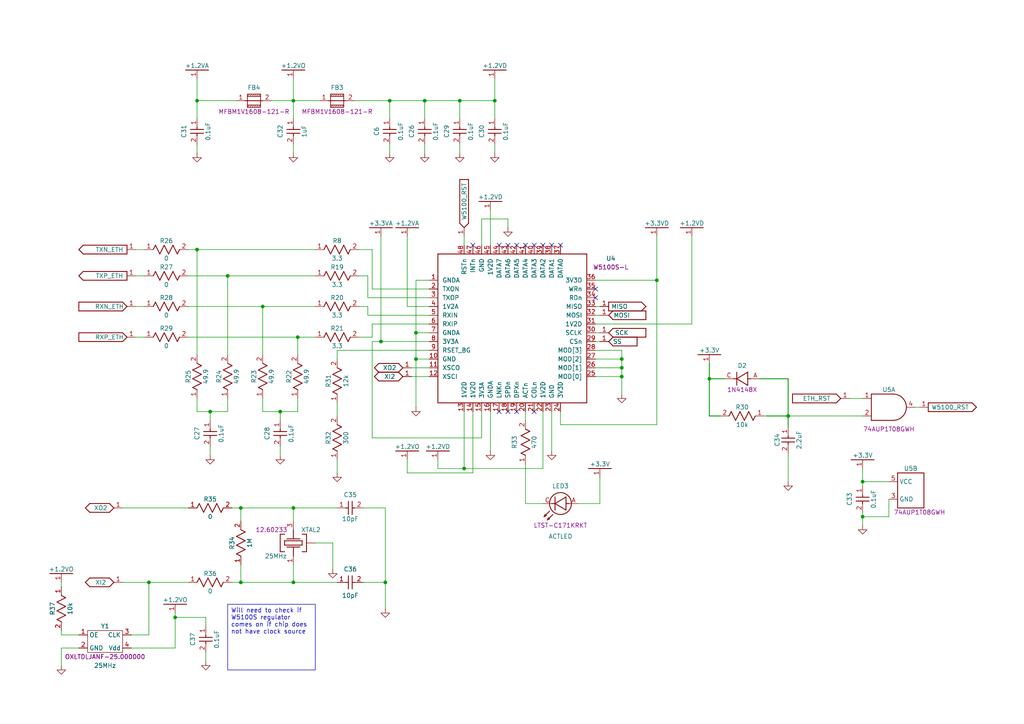
<source format=kicad_sch>
(kicad_sch (version 20231120) (generator "eeschema") (generator_version "8.0")
  (paper "A4")
  (lib_symbols
    (symbol "74AUP1T08GWH_1"
      (property "Reference" "U5" (at 0 5.08 0))
      (property "Mfg. PN" "74AUP1T08GWH" (at 0 -6.35 0))
      (symbol "74AUP1T08GWH_1_1_0"
        (pin input line (at -7.62 2.54 0) (length 2.54) (name "A") (number "1"))
        (pin input line (at -7.62 -2.54 0) (length 2.54) (name "C") (number "2"))
        (pin output line (at 7.62 0 180) (length 2.54) (name "Y") (number "4"))
      )
      (symbol "74AUP1T08GWH_1_2_0"
        (pin power_in line (at -6.35 -2.54 0) (length 2.54) (name "GND") (number "3"))
        (pin power_in line (at -6.35 2.54 0) (length 2.54) (name "VCC") (number "5"))
      )
    )
    (symbol "LED_Controller_Hardware-eagle-import:+3.3V" (power)
      (symbol "+3.3V_1_0"
        (pin power_in line (at 0 1.27 90) (length 2.54) (name "+3.3V") (number "1"))
      )
    )
    (symbol "LED_Controller_Hardware-eagle-import:+3.3VA" (power)
      (symbol "+3.3VA_1_0"
        (pin power_in line (at 0 1.27 90) (length 2.54) (name "+3.3V") (number "1"))
      )
    )
    (symbol "LED_Controller_Hardware-eagle-import:+3.3VD" (power)
      (symbol "+3.3VD_1_0"
        (pin power_in line (at 0 1.27 90) (length 2.54) (name "+3.3V") (number "1"))
      )
    )
    (symbol "LED_Controller_Hardware-eagle-import:1N4148X"
      (symbol "1N4148X_1_0"
        (pin passive line (at -5.08 0 0) (length 2.54) (name "A") (number "A"))
        (pin passive line (at 5.08 0 180) (length 2.54) (name "C") (number "C"))
      )
    )
    (symbol "LED_Controller_Hardware-eagle-import:ACTLED"
      (symbol "ACTLED_1_0"
        (pin passive line (at -5.074 0.006 0) (length 2.54) (name "A") (number "A"))
        (pin passive line (at 5.086 0.006 180) (length 2.54) (name "C") (number "C"))
      )
    )
    (symbol "LED_Controller_Hardware-eagle-import:CAP-0603"
      (symbol "CAP-0603_1_0"
        (pin passive line (at 0 3.81 270) (length 2.54) (name "1") (number "1"))
        (pin passive line (at 0 -3.81 90) (length 2.54) (name "2") (number "2"))
      )
    )
    (symbol "LED_Controller_Hardware-eagle-import:CAP_CER_10PF_50V_C0G/NP0_0603"
      (symbol "CAP_CER_10PF_50V_C0G/NP0_0603_1_0"
        (pin passive line (at 0 3.81 270) (length 2.54) (name "1") (number "1"))
        (pin passive line (at 0 -3.81 90) (length 2.54) (name "2") (number "2"))
      )
    )
    (symbol "LED_Controller_Hardware-eagle-import:ETH_EN" (power)
      (symbol "ETH_EN_1_0"
        (pin power_in line (at -2.54 0 0) (length 2.54) (name "1") (number "1"))
      )
    )
    (symbol "LED_Controller_Hardware-eagle-import:ETH_EN_169" (power)
      (symbol "ETH_EN_169_1_0"
        (pin power_in line (at -2.54 0 0) (length 2.54) (name "1") (number "1"))
      )
    )
    (symbol "LED_Controller_Hardware-eagle-import:ETH_RST_150" (power)
      (symbol "ETH_RST_150_1_0"
        (pin power_in line (at 2.54 0 180) (length 2.54) (name "1") (number "1"))
      )
    )
    (symbol "LED_Controller_Hardware-eagle-import:KX-7T"
      (property "Reference" "XTAL2" (at 3.81 -5.08 90))
      (property "Value" "25MHz" (at -3.175 4.445 90))
      (property "Mfg. PN" "12.60233" (at 6.35 6.35 90))
      (symbol "KX-7T_1_0"
        (pin passive line (at -6.35 0 0) (length 2.54) (name "1") (number "1"))
        (pin power_out line (at 0 -6.35 90) (length 2.54) (name "CASE") (number "2"))
        (pin passive line (at 6.35 0 180) (length 2.54) (name "3@1") (number "3"))
      )
    )
    (symbol "LED_Controller_Hardware-eagle-import:MISO_89" (power)
      (symbol "MISO_89_1_0"
        (pin power_in line (at -2.54 0 0) (length 2.54) (name "1") (number "1"))
      )
    )
    (symbol "LED_Controller_Hardware-eagle-import:MOSI_77" (power)
      (symbol "MOSI_77_1_0"
        (pin power_in line (at -2.54 0 0) (length 2.54) (name "1") (number "1"))
      )
    )
    (symbol "LED_Controller_Hardware-eagle-import:RES-0603"
      (symbol "RES-0603_1_0"
        (pin passive line (at -6.35 0 0) (length 2.54) (name "1") (number "1"))
        (pin passive line (at 6.35 0 180) (length 2.54) (name "2") (number "2"))
      )
    )
    (symbol "LED_Controller_Hardware-eagle-import:SCK_38" (power)
      (symbol "SCK_38_1_0"
        (pin power_in line (at -2.54 0 0) (length 2.54) (name "1") (number "1"))
      )
    )
    (symbol "LED_Controller_Hardware-eagle-import:SS_138" (power)
      (symbol "SS_138_1_0"
        (pin power_in line (at -2.54 0 0) (length 2.54) (name "1") (number "1"))
      )
    )
    (symbol "LED_Controller_Hardware-eagle-import:XI_67" (power)
      (symbol "XI_67_1_0"
        (pin power_in line (at 2.54 0 180) (length 2.54) (name "1") (number "1"))
      )
    )
    (symbol "LED_Controller_Hardware-eagle-import:XO_65" (power)
      (symbol "XO_65_1_0"
        (pin power_in line (at 2.54 0 180) (length 2.54) (name "1") (number "1"))
      )
    )
    (symbol "RG_Controllers:Wiznet_5100S" (pin_names (offset 1.27))
      (property "Reference" "U" (at 0 0 0))
      (property "Mfg. PN" "W5100S-L" (at 0 -2.54 0))
      (symbol "Wiznet_5100S_1_0"
        (pin power_in line (at -22.86 13.97 0) (length 2.54) (name "GNDA") (number "1"))
        (pin power_in line (at -22.86 -8.89 0) (length 2.54) (name "GND") (number "10"))
        (pin output line (at -22.86 -11.43 0) (length 2.54) (name "XSCO") (number "11"))
        (pin input line (at -22.86 -13.97 0) (length 2.54) (name "XSCI") (number "12"))
        (pin power_in line (at -12.7 -24.13 90) (length 2.54) (name "1V2D") (number "13"))
        (pin power_out line (at -10.16 -24.13 90) (length 2.54) (name "1V2O") (number "14"))
        (pin power_in line (at -7.62 -24.13 90) (length 2.54) (name "3V3A") (number "15"))
        (pin power_in line (at -5.08 -24.13 90) (length 2.54) (name "GNDA") (number "16"))
        (pin output line (at -2.54 -24.13 90) (length 2.54) (name "LNKn") (number "17"))
        (pin output line (at 0 -24.13 90) (length 2.54) (name "SPDn") (number "18"))
        (pin output line (at 2.54 -24.13 90) (length 2.54) (name "DPXn") (number "19"))
        (pin output line (at -22.86 11.43 0) (length 2.54) (name "TXON") (number "2"))
        (pin output line (at 5.08 -24.13 90) (length 2.54) (name "ACTn") (number "20"))
        (pin output line (at 7.62 -24.13 90) (length 2.54) (name "COLn") (number "21"))
        (pin power_in line (at 10.16 -24.13 90) (length 2.54) (name "1V2D") (number "22"))
        (pin power_in line (at 12.7 -24.13 90) (length 2.54) (name "GND") (number "23"))
        (pin power_in line (at 15.24 -24.13 90) (length 2.54) (name "3V3D") (number "24"))
        (pin input line (at 25.4 -13.97 180) (length 2.54) (name "MOD[0]") (number "25"))
        (pin input line (at 25.4 -11.43 180) (length 2.54) (name "MOD[1]") (number "26"))
        (pin input line (at 25.4 -8.89 180) (length 2.54) (name "MOD[2]") (number "27"))
        (pin input line (at 25.4 -6.35 180) (length 2.54) (name "MOD[3]") (number "28"))
        (pin input line (at 25.4 -3.81 180) (length 2.54) (name "CSn") (number "29"))
        (pin output line (at -22.86 8.89 0) (length 2.54) (name "TXOP") (number "3"))
        (pin input line (at 25.4 -1.27 180) (length 2.54) (name "SCLK") (number "30"))
        (pin power_in line (at 25.4 1.27 180) (length 2.54) (name "1V2D") (number "31"))
        (pin bidirectional line (at 25.4 3.81 180) (length 2.54) (name "MOSI") (number "32"))
        (pin bidirectional line (at 25.4 6.35 180) (length 2.54) (name "MISO") (number "33"))
        (pin input line (at 25.4 8.89 180) (length 2.54) (name "RDn") (number "34"))
        (pin input line (at 25.4 11.43 180) (length 2.54) (name "WRn") (number "35"))
        (pin power_in line (at 25.4 13.97 180) (length 2.54) (name "3V3D") (number "36"))
        (pin bidirectional line (at 15.24 24.13 270) (length 2.54) (name "DATA0") (number "37"))
        (pin bidirectional line (at 12.7 24.13 270) (length 2.54) (name "DATA1") (number "38"))
        (pin bidirectional line (at 10.16 24.13 270) (length 2.54) (name "DATA2") (number "39"))
        (pin power_in line (at -22.86 6.35 0) (length 2.54) (name "1V2A") (number "4"))
        (pin bidirectional line (at 7.62 24.13 270) (length 2.54) (name "DATA3") (number "40"))
        (pin bidirectional line (at 5.08 24.13 270) (length 2.54) (name "DATA4") (number "41"))
        (pin bidirectional line (at 2.54 24.13 270) (length 2.54) (name "DATA5") (number "42"))
        (pin bidirectional line (at 0 24.13 270) (length 2.54) (name "DATA6") (number "43"))
        (pin bidirectional line (at -2.54 24.13 270) (length 2.54) (name "DATA7") (number "44"))
        (pin power_in line (at -5.08 24.13 270) (length 2.54) (name "1V2D") (number "45"))
        (pin power_in line (at -7.62 24.13 270) (length 2.54) (name "GND") (number "46"))
        (pin output line (at -10.16 24.13 270) (length 2.54) (name "INTn") (number "47"))
        (pin power_in line (at -12.7 24.13 270) (length 2.54) (name "RSTn") (number "48"))
        (pin input line (at -22.86 3.81 0) (length 2.54) (name "RXIN") (number "5"))
        (pin input line (at -22.86 1.27 0) (length 2.54) (name "RXIP") (number "6"))
        (pin power_in line (at -22.86 -1.27 0) (length 2.54) (name "GNDA") (number "7"))
        (pin power_in line (at -22.86 -3.81 0) (length 2.54) (name "3V3A") (number "8"))
        (pin output line (at -22.86 -6.35 0) (length 2.54) (name "RSET_BG") (number "9"))
      )
    )
    (symbol "RG_Logic:74AUP1T08GWH"
      (property "Reference" "U5" (at 0 5.08 0))
      (property "Mfg. PN" "74AUP1T08GWH" (at 0 -6.35 0))
      (symbol "74AUP1T08GWH_1_0"
        (pin input line (at -7.62 2.54 0) (length 2.54) (name "A") (number "1"))
        (pin input line (at -7.62 -2.54 0) (length 2.54) (name "C") (number "2"))
        (pin output line (at 7.62 0 180) (length 2.54) (name "Y") (number "4"))
      )
      (symbol "74AUP1T08GWH_2_0"
        (pin power_in line (at -6.35 -2.54 0) (length 2.54) (name "GND") (number "3"))
        (pin power_in line (at -6.35 2.54 0) (length 2.54) (name "VCC") (number "5"))
      )
    )
    (symbol "RG_Oscillator:OXLTDLJANF"
      (property "Reference" "Y" (at 0 5.08 0))
      (property "Mfg." "Taitien" (at 0 0 0))
      (symbol "OXLTDLJANF_1_0"
        (pin input line (at -7.62 2.54 0) (length 2.54) (name "OE") (number "1"))
        (pin power_in line (at -7.62 -1.27 0) (length 2.54) (name "GND") (number "2"))
        (pin output line (at 7.62 2.54 180) (length 2.54) (name "CLK") (number "3"))
        (pin power_in line (at 7.62 -1.27 180) (length 2.54) (name "Vdd") (number "4"))
      )
    )
    (symbol "RG_resistors:Ferrite_Bead_0603"
      (property "Reference" "FB" (at 0 3.175 0))
      (symbol "Ferrite_Bead_0603_1_0"
        (pin passive line (at -5.08 0 0) (length 2.54) (name "1") (number "1"))
        (pin passive line (at 5.08 0 180) (length 2.54) (name "2") (number "2"))
      )
    )
    (symbol "RG_resistors:RES-0603"
      (property "Reference" "R" (at 0 3.81 0))
      (property "Value" "~" (at 0 -2.54 0))
      (symbol "RES-0603_1_0"
        (pin passive line (at -6.35 0 0) (length 2.54) (name "1") (number "1"))
        (pin passive line (at 6.35 0 180) (length 2.54) (name "2") (number "2"))
      )
    )
    (symbol "power:GNDS" (power) (pin_numbers hide) (pin_names (offset 0) hide)
      (property "Value" "GNDS" (at 0 -3.81 0))
      (symbol "GNDS_1_1"
        (pin power_in line (at 0 0 270) (length 0) (name "~") (number "1"))
      )
    )
  )
  (junction (at 69.85 147.32))
  (junction (at 50.8 179.07))
  (junction (at 86.36 97.79))
  (junction (at 123.19 29.21))
  (junction (at 205.74 109.855))
  (junction (at 143.51 29.21))
  (junction (at 134.62 135.89))
  (junction (at 81.28 119.38))
  (junction (at 180.34 106.68))
  (junction (at 120.65 104.14))
  (junction (at 60.96 119.38))
  (junction (at 85.09 168.91))
  (junction (at 85.09 29.21))
  (junction (at 190.5 81.28))
  (junction (at 57.15 29.21))
  (junction (at 76.2 88.9))
  (junction (at 250.19 139.7))
  (junction (at 180.34 104.14))
  (junction (at 250.19 149.86))
  (junction (at 133.35 29.21))
  (junction (at 120.65 96.52))
  (junction (at 110.49 99.06))
  (junction (at 66.04 80.01))
  (junction (at 43.18 168.91))
  (junction (at 69.85 168.91))
  (junction (at 85.09 147.32))
  (junction (at 57.15 72.39))
  (junction (at 228.6 120.65))
  (junction (at 180.34 109.22))
  (junction (at 113.03 29.21))
  (junction (at 111.76 168.91))
  (no_connect (at 172.72 86.36))
  (no_connect (at 149.86 119.38))
  (no_connect (at 157.48 71.12))
  (no_connect (at 147.32 119.38))
  (no_connect (at 154.94 119.38))
  (no_connect (at 149.86 71.12))
  (no_connect (at 147.32 71.12))
  (no_connect (at 137.16 71.12))
  (no_connect (at 152.4 71.12))
  (no_connect (at 160.02 71.12))
  (no_connect (at 144.78 71.12))
  (no_connect (at 172.72 83.82))
  (no_connect (at 154.94 71.12))
  (no_connect (at 144.78 119.38))
  (no_connect (at 162.56 71.12))
  (wire (pts (xy 96.52 157.48) (xy 96.52 165.1)))
  (wire (pts (xy 157.48 146.05) (xy 152.4 146.05)))
  (wire (pts (xy 66.04 115.57) (xy 66.04 119.38)))
  (wire (pts (xy 139.7 127) (xy 107.95 127)))
  (wire (pts (xy 54.61 72.39) (xy 57.15 72.39)))
  (wire (pts (xy 157.48 135.89) (xy 134.62 135.89)))
  (wire (pts (xy 50.8 179.07) (xy 59.69 179.07)))
  (wire (pts (xy 59.69 189.23) (xy 59.69 191.77)))
  (wire (pts (xy 69.85 168.91) (xy 85.09 168.91)))
  (wire (pts (xy 124.46 86.36) (xy 106.68 86.36)))
  (wire (pts (xy 180.34 101.6) (xy 180.34 104.14)))
  (wire (pts (xy 118.11 88.9) (xy 118.11 68.58)))
  (wire (pts (xy 200.66 93.98) (xy 200.66 68.58)))
  (wire (pts (xy 172.72 81.28) (xy 190.5 81.28)))
  (wire (pts (xy 127 133.35) (xy 127 135.89)))
  (wire (pts (xy 205.74 109.855) (xy 210.185 109.855)) (stroke (width 0.25)))
  (wire (pts (xy 124.46 83.82) (xy 107.95 83.82)))
  (wire (pts (xy 105.41 147.32) (xy 111.76 147.32)))
  (wire (pts (xy 111.76 168.91) (xy 111.76 176.53)))
  (wire (pts (xy 106.68 88.9) (xy 104.14 88.9)))
  (wire (pts (xy 250.19 149.86) (xy 257.81 149.86)))
  (wire (pts (xy 50.8 187.96) (xy 50.8 179.07)))
  (wire (pts (xy 124.46 88.9) (xy 118.11 88.9)))
  (wire (pts (xy 157.48 119.38) (xy 157.48 135.89)))
  (wire (pts (xy 17.78 187.96) (xy 17.78 193.04)))
  (wire (pts (xy 133.35 29.21) (xy 143.51 29.21)))
  (wire (pts (xy 85.09 29.21) (xy 85.09 22.86)))
  (wire (pts (xy 78.74 29.21) (xy 85.09 29.21)))
  (wire (pts (xy 119.38 106.68) (xy 124.46 106.68)))
  (wire (pts (xy 152.4 134.62) (xy 152.4 146.05)))
  (wire (pts (xy 113.03 29.21) (xy 123.19 29.21)))
  (wire (pts (xy 123.19 41.91) (xy 123.19 44.45)))
  (wire (pts (xy 172.72 106.68) (xy 180.34 106.68)))
  (wire (pts (xy 86.36 115.57) (xy 86.36 119.38)))
  (wire (pts (xy 66.04 80.01) (xy 66.04 102.87)))
  (wire (pts (xy 257.81 144.78) (xy 257.81 149.86)))
  (wire (pts (xy 147.32 63.5) (xy 147.32 66.04)))
  (wire (pts (xy 81.28 129.54) (xy 81.28 132.08)))
  (wire (pts (xy 66.04 119.38) (xy 60.96 119.38)))
  (wire (pts (xy 110.49 99.06) (xy 124.46 99.06)))
  (wire (pts (xy 228.6 131.445) (xy 228.6 139.7)))
  (wire (pts (xy 139.7 71.12) (xy 139.7 63.5)))
  (wire (pts (xy 120.65 104.14) (xy 124.46 104.14)))
  (wire (pts (xy 22.86 184.15) (xy 17.78 184.15)))
  (wire (pts (xy 86.36 119.38) (xy 81.28 119.38)))
  (wire (pts (xy 85.09 168.91) (xy 97.79 168.91)))
  (wire (pts (xy 86.36 97.79) (xy 86.36 102.87)))
  (wire (pts (xy 69.85 163.83) (xy 69.85 168.91)))
  (wire (pts (xy 106.68 86.36) (xy 106.68 80.01)))
  (wire (pts (xy 228.6 109.855) (xy 228.6 120.65)) (stroke (width 0.25)))
  (wire (pts (xy 92.71 29.21) (xy 85.09 29.21)))
  (wire (pts (xy 113.03 29.21) (xy 113.03 34.29)))
  (wire (pts (xy 137.16 137.16) (xy 137.16 119.38)))
  (wire (pts (xy 250.19 139.7) (xy 250.19 140.97)))
  (wire (pts (xy 107.95 72.39) (xy 104.14 72.39)))
  (wire (pts (xy 69.85 147.32) (xy 85.09 147.32)))
  (wire (pts (xy 39.37 72.39) (xy 41.91 72.39)))
  (wire (pts (xy 39.37 88.9) (xy 41.91 88.9)))
  (wire (pts (xy 107.95 99.06) (xy 110.49 99.06)))
  (wire (pts (xy 246.38 115.57) (xy 250.19 115.57)))
  (wire (pts (xy 85.09 41.91) (xy 85.09 44.45)))
  (wire (pts (xy 180.34 109.22) (xy 180.34 114.3)))
  (wire (pts (xy 106.68 80.01) (xy 104.14 80.01)))
  (wire (pts (xy 107.95 93.98) (xy 107.95 97.79)))
  (wire (pts (xy 208.915 120.65) (xy 205.74 120.65)) (stroke (width 0.25)))
  (wire (pts (xy 250.19 148.59) (xy 250.19 149.86)))
  (wire (pts (xy 91.44 72.39) (xy 57.15 72.39)))
  (wire (pts (xy 57.15 29.21) (xy 57.15 34.29)))
  (wire (pts (xy 139.7 119.38) (xy 139.7 127)))
  (wire (pts (xy 68.58 29.21) (xy 57.15 29.21)))
  (wire (pts (xy 172.72 91.44) (xy 173.99 91.44)))
  (wire (pts (xy 67.31 168.91) (xy 69.85 168.91)))
  (wire (pts (xy 172.72 104.14) (xy 180.34 104.14)))
  (wire (pts (xy 102.87 29.21) (xy 113.03 29.21)))
  (wire (pts (xy 91.44 97.79) (xy 86.36 97.79)))
  (wire (pts (xy 54.61 88.9) (xy 76.2 88.9)))
  (wire (pts (xy 110.49 99.06) (xy 110.49 68.58)))
  (wire (pts (xy 120.65 104.14) (xy 120.65 118.11)))
  (wire (pts (xy 205.74 105.41) (xy 205.74 109.855)) (stroke (width 0.25)))
  (wire (pts (xy 120.65 81.28) (xy 120.65 96.52)))
  (wire (pts (xy 143.51 41.91) (xy 143.51 44.45)))
  (wire (pts (xy 124.46 91.44) (xy 106.68 91.44)))
  (wire (pts (xy 172.72 109.22) (xy 180.34 109.22)))
  (wire (pts (xy 91.44 88.9) (xy 76.2 88.9)))
  (wire (pts (xy 160.02 119.38) (xy 160.02 130.81)))
  (wire (pts (xy 190.5 81.28) (xy 190.5 68.58)))
  (wire (pts (xy 222.25 120.65) (xy 228.6 120.65)) (stroke (width 0.25)))
  (wire (pts (xy 134.62 135.89) (xy 134.62 119.38)))
  (wire (pts (xy 60.96 119.38) (xy 60.96 121.92)))
  (wire (pts (xy 107.95 97.79) (xy 104.14 97.79)))
  (wire (pts (xy 173.99 146.05) (xy 167.64 146.05)))
  (wire (pts (xy 106.68 91.44) (xy 106.68 88.9)))
  (wire (pts (xy 76.2 88.9) (xy 76.2 102.87)))
  (wire (pts (xy 85.09 163.83) (xy 85.09 168.91)))
  (wire (pts (xy 97.79 101.6) (xy 124.46 101.6)))
  (wire (pts (xy 97.79 137.16) (xy 97.79 133.35)))
  (wire (pts (xy 50.8 179.07) (xy 50.8 177.8)))
  (wire (pts (xy 57.15 41.91) (xy 57.15 44.45)))
  (wire (pts (xy 54.61 97.79) (xy 86.36 97.79)))
  (wire (pts (xy 134.62 68.58) (xy 134.62 71.12)))
  (wire (pts (xy 123.19 29.21) (xy 133.35 29.21)))
  (wire (pts (xy 85.09 29.21) (xy 85.09 34.29)))
  (wire (pts (xy 97.79 120.65) (xy 97.79 116.84)))
  (wire (pts (xy 76.2 115.57) (xy 76.2 119.38)))
  (wire (pts (xy 67.31 147.32) (xy 69.85 147.32)))
  (wire (pts (xy 57.15 115.57) (xy 57.15 119.38)))
  (wire (pts (xy 228.6 120.65) (xy 250.19 120.65)))
  (wire (pts (xy 172.72 93.98) (xy 200.66 93.98)))
  (wire (pts (xy 133.35 29.21) (xy 133.35 34.29)))
  (wire (pts (xy 250.19 139.7) (xy 257.81 139.7)))
  (wire (pts (xy 105.41 168.91) (xy 111.76 168.91)))
  (wire (pts (xy 205.74 120.65) (xy 205.74 109.855)) (stroke (width 0.25)))
  (wire (pts (xy 17.78 184.15) (xy 17.78 182.88)))
  (wire (pts (xy 221.615 120.65) (xy 222.25 120.65)))
  (wire (pts (xy 35.56 168.91) (xy 43.18 168.91)))
  (wire (pts (xy 35.56 147.32) (xy 54.61 147.32)))
  (wire (pts (xy 142.24 60.96) (xy 142.24 71.12)))
  (wire (pts (xy 91.44 80.01) (xy 66.04 80.01)))
  (wire (pts (xy 60.96 129.54) (xy 60.96 132.08)))
  (wire (pts (xy 85.09 147.32) (xy 97.79 147.32)))
  (wire (pts (xy 250.19 135.89) (xy 250.19 139.7)))
  (wire (pts (xy 22.86 187.96) (xy 17.78 187.96)))
  (wire (pts (xy 172.72 101.6) (xy 180.34 101.6)))
  (wire (pts (xy 91.44 157.48) (xy 96.52 157.48)))
  (wire (pts (xy 120.65 96.52) (xy 120.65 104.14)))
  (wire (pts (xy 59.69 181.61) (xy 59.69 179.07)))
  (wire (pts (xy 38.1 184.15) (xy 43.18 184.15)))
  (wire (pts (xy 162.56 123.19) (xy 190.5 123.19)))
  (wire (pts (xy 124.46 81.28) (xy 120.65 81.28)))
  (wire (pts (xy 97.79 104.14) (xy 97.79 101.6)))
  (wire (pts (xy 172.72 88.9) (xy 173.99 88.9)))
  (wire (pts (xy 139.7 63.5) (xy 147.32 63.5)))
  (wire (pts (xy 118.11 133.35) (xy 118.11 137.16)))
  (wire (pts (xy 107.95 127) (xy 107.95 99.06)))
  (wire (pts (xy 133.35 41.91) (xy 133.35 44.45)))
  (wire (pts (xy 60.96 119.38) (xy 57.15 119.38)))
  (wire (pts (xy 265.43 118.11) (xy 266.7 118.11)))
  (wire (pts (xy 81.28 119.38) (xy 81.28 121.92)))
  (wire (pts (xy 43.18 168.91) (xy 54.61 168.91)))
  (wire (pts (xy 190.5 123.19) (xy 190.5 81.28)))
  (wire (pts (xy 142.24 119.38) (xy 142.24 130.81)))
  (wire (pts (xy 172.72 96.52) (xy 173.99 96.52)))
  (wire (pts (xy 143.51 29.21) (xy 143.51 34.29)))
  (wire (pts (xy 250.19 149.86) (xy 250.19 152.4)))
  (wire (pts (xy 39.37 80.01) (xy 41.91 80.01)))
  (wire (pts (xy 162.56 119.38) (xy 162.56 123.19)))
  (wire (pts (xy 85.09 151.13) (xy 85.09 147.32)))
  (wire (pts (xy 69.85 147.32) (xy 69.85 151.13)))
  (wire (pts (xy 173.99 138.43) (xy 173.99 146.05)))
  (wire (pts (xy 228.6 120.65) (xy 228.6 123.825)) (stroke (width 0.25)))
  (wire (pts (xy 107.95 83.82) (xy 107.95 72.39)))
  (wire (pts (xy 123.19 29.21) (xy 123.19 34.29)))
  (wire (pts (xy 57.15 72.39) (xy 57.15 102.87)))
  (wire (pts (xy 220.345 109.855) (xy 228.6 109.855)) (stroke (width 0.25)))
  (wire (pts (xy 180.34 104.14) (xy 180.34 106.68)))
  (wire (pts (xy 124.46 93.98) (xy 107.95 93.98)))
  (wire (pts (xy 38.1 187.96) (xy 50.8 187.96)))
  (wire (pts (xy 152.4 119.38) (xy 152.4 121.92)))
  (wire (pts (xy 180.34 106.68) (xy 180.34 109.22)))
  (wire (pts (xy 39.37 97.79) (xy 41.91 97.79)))
  (wire (pts (xy 118.11 137.16) (xy 137.16 137.16)))
  (wire (pts (xy 57.15 22.86) (xy 57.15 29.21)))
  (wire (pts (xy 43.18 168.91) (xy 43.18 184.15)))
  (wire (pts (xy 111.76 147.32) (xy 111.76 168.91)))
  (wire (pts (xy 127 135.89) (xy 134.62 135.89)))
  (wire (pts (xy 17.78 170.18) (xy 17.78 168.91)))
  (wire (pts (xy 119.38 109.22) (xy 124.46 109.22)))
  (wire (pts (xy 172.72 99.06) (xy 173.99 99.06)))
  (wire (pts (xy 54.61 80.01) (xy 66.04 80.01)))
  (wire (pts (xy 81.28 119.38) (xy 76.2 119.38)))
  (wire (pts (xy 113.03 41.91) (xy 113.03 44.45)))
  (wire (pts (xy 143.51 22.86) (xy 143.51 29.21)))
  (wire (pts (xy 124.46 96.52) (xy 120.65 96.52)))
  (text_box "Will need to check if W5100S regulator comes on if chip does not have clock source" (at 66.04 175.26 0) (size 25.4 19.05) (effects (font (size 1.27 1.27)) (justify left top)))
  (symbol (lib_id "LED_Controller_Hardware-eagle-import:SS_138") (at 176.53 99.06 0) (unit 1)
    (property "Reference" "#NetPort069" (effects (hide yes)))
    (property "Value" "SS" (at 179.07 99.06 0))
  )
  (symbol (lib_id "LED_Controller_Hardware-eagle-import:ETH_EN") (at 36.83 97.79 180) (unit 1)
    (property "Reference" "#NetPort048" (effects (hide yes)))
    (property "Value" "RXP_ETH" (at 31.75 97.79 0))
  )
  (symbol (lib_id "RG_resistors:RES-0603") (at 97.79 80.01 0) (unit 1)
    (property "Reference" "R19" (at 97.79 77.47 0))
    (property "Value" "3.3" (at 97.79 82.55 0))
    (property "Footprint" "RG_Resistors_SMD:0603" (effects (hide yes)))
    (property "Description" "RES-0603" (effects (hide yes)))
    (property "Mfg." "Stackpole Electronics Inc" (effects (hide yes)))
    (property "Mfg. PN" "RMCF0603JT3R30" (effects (hide yes)))
    (property "Distributor" "Digikey" (effects (hide yes)))
    (property "Distributor PN" "RMCF0603JT3R30TR-ND" (effects (hide yes)))
  )
  (symbol (lib_id "LED_Controller_Hardware-eagle-import:+3.3VA") (at 118.11 134.62 0) (unit 1)
    (property "Reference" "#NetPort052" (effects (hide yes)))
    (property "Value" "+1.2VO" (at 118.11 129.54 0))
  )
  (symbol (lib_id "LED_Controller_Hardware-eagle-import:ETH_EN_169") (at 269.24 118.11 0) (unit 1)
    (property "Reference" "#NetPort063" (effects (hide yes)))
    (property "Value" "W5100_RST" (at 275.59 118.11 0))
  )
  (symbol (lib_id "RG_resistors:RES-0603") (at 97.79 72.39 0) (unit 1)
    (property "Reference" "R8" (at 97.79 69.85 0))
    (property "Value" "3.3" (at 97.79 74.93 0))
    (property "Footprint" "RG_Resistors_SMD:0603" (effects (hide yes)))
    (property "Description" "RES-0603" (effects (hide yes)))
    (property "Mfg." "Stackpole Electronics Inc" (effects (hide yes)))
    (property "Mfg. PN" "RMCF0603JT3R30" (effects (hide yes)))
    (property "Distributor" "Digikey" (effects (hide yes)))
    (property "Distributor PN" "RMCF0603JT3R30TR-ND" (effects (hide yes)))
  )
  (symbol (lib_id "LED_Controller_Hardware-eagle-import:+3.3VA") (at 17.78 170.18 0) (unit 1)
    (property "Reference" "#NetPort076" (effects (hide yes)))
    (property "Value" "+1.2VO" (at 17.78 165.1 0))
  )
  (symbol (lib_id "power:GNDS") (at 96.52 165.1 0) (unit 1)
    (property "Reference" "#PWR037" (effects (hide yes)))
    (property "Value" "GNDS" (effects (hide yes)))
    (property "Description" "Power symbol creates a global label with name \"GNDS\" , signal ground" (effects (hide yes)))
  )
  (symbol (lib_id "RG_Logic:74AUP1T08GWH") (at 264.16 142.24 0) (unit 2)
    (property "Reference" "U5" (at 264.16 135.89 0))
    (property "Value" "74AUP1T08GWH" (effects (hide yes)))
    (property "Footprint" "RG_TO_SOT_SMD:SOT23-5P65" (effects (hide yes)))
    (property "Datasheet" "https://assets.nexperia.com/documents/data-sheet/74AUP1T08.pdf" (effects (hide yes)))
    (property "Mfg." "Nexperia USA Inc." (effects (hide yes)))
    (property "Mfg. PN" "74AUP1T08GWH" (at 266.7 148.59 0))
    (property "Distributor" "Digikey" (effects (hide yes)))
    (property "Distributor PN" "1727-7724-2-ND" (effects (hide yes)))
  )
  (symbol (lib_id "LED_Controller_Hardware-eagle-import:+3.3V") (at 173.99 139.7 0) (unit 1)
    (property "Reference" "#NetPort065" (effects (hide yes)))
    (property "Value" "+3.3V" (at 173.99 134.62 0))
  )
  (symbol (lib_id "LED_Controller_Hardware-eagle-import:KX-7T") (at 85.09 157.48 90) (unit 1)
    (property "Reference" "XTAL2" (at 90.17 153.67 90))
    (property "Value" "25MHz" (at 80.01 161.29 90))
    (property "Footprint" "RG_Crystal:YANGXING_SMD_3225_4L" (effects (hide yes)))
    (property "Datasheet" "https://mm.digikey.com/Volume0/opasdata/d220001/medias/docus/4562/12.60233.pdf" (effects (hide yes)))
    (property "Mfg." "Geyer Electronic America, Inc." (effects (hide yes)))
    (property "Mfg. PN" "12.60233" (at 78.74 153.67 90))
    (property "Distributor" "Digikey" (effects (hide yes)))
    (property "Distributor PN" "4983-12.60233TR-ND" (effects (hide yes)))
  )
  (symbol (lib_id "LED_Controller_Hardware-eagle-import:XO_65") (at 116.84 106.68 0) (unit 1)
    (property "Reference" "#NetPort072" (effects (hide yes)))
    (property "Value" "XO2" (at 113.03 106.68 0))
  )
  (symbol (lib_id "power:GNDS") (at 142.24 130.81 0) (unit 1)
    (property "Reference" "#PWR024" (effects (hide yes)))
    (property "Value" "GNDS" (effects (hide yes)))
    (property "Description" "Power symbol creates a global label with name \"GNDS\" , signal ground" (effects (hide yes)))
  )
  (symbol (lib_id "RG_resistors:RES-0603") (at 48.26 80.01 0) (unit 1)
    (property "Reference" "R27" (at 48.26 77.47 0))
    (property "Value" "0" (at 48.26 82.55 0))
    (property "Footprint" "RG_Resistors_SMD:0603" (effects (hide yes)))
    (property "Description" "RES-0603" (effects (hide yes)))
    (property "Mfg." "Stackpole Electronics Inc" (effects (hide yes)))
    (property "Mfg. PN" "RMCF0603ZT0R00" (effects (hide yes)))
    (property "Distributor" "Digikey" (effects (hide yes)))
    (property "Distributor PN" "RMCF0603ZT0R00TR-ND" (effects (hide yes)))
  )
  (symbol (lib_id "power:GNDS") (at 97.79 137.16 0) (unit 1)
    (property "Reference" "#PWR035" (effects (hide yes)))
    (property "Value" "GNDS" (effects (hide yes)))
    (property "Description" "Power symbol creates a global label with name \"GNDS\" , signal ground" (effects (hide yes)))
  )
  (symbol (lib_id "RG_resistors:RES-0603") (at 76.2 109.22 90) (unit 1)
    (property "Reference" "R23" (at 73.66 109.22 0))
    (property "Value" "49.9" (at 78.74 109.22 0))
    (property "Footprint" "RG_Resistors_SMD:0603" (effects (hide yes)))
    (property "Description" "RES-0603" (effects (hide yes)))
    (property "Mfg." "Stackpole Electronics Inc" (effects (hide yes)))
    (property "Mfg. PN" "RMCF0603FT49R9" (effects (hide yes)))
    (property "Distributor" "Digikey" (effects (hide yes)))
    (property "Distributor PN" "RMCF0603FT49R9TR-ND" (effects (hide yes)))
  )
  (symbol (lib_id "power:GNDS") (at 228.6 139.7 0) (unit 1)
    (property "Reference" "#PWR036" (effects (hide yes)))
    (property "Value" "GNDS" (effects (hide yes)))
    (property "Description" "Power symbol creates a global label with name \"GNDS\" , signal ground" (effects (hide yes)))
  )
  (symbol (lib_id "power:GNDS") (at 57.15 44.45 0) (unit 1)
    (property "Reference" "#PWR028" (effects (hide yes)))
    (property "Value" "GNDS" (effects (hide yes)))
    (property "Description" "Power symbol creates a global label with name \"GNDS\" , signal ground" (effects (hide yes)))
  )
  (symbol (lib_id "LED_Controller_Hardware-eagle-import:+3.3VA") (at 50.8 179.07 0) (unit 1)
    (property "Reference" "#NetPort074" (effects (hide yes)))
    (property "Value" "+1.2VO" (at 50.8 173.99 0))
  )
  (symbol (lib_id "LED_Controller_Hardware-eagle-import:+3.3VA") (at 200.66 69.85 0) (unit 1)
    (property "Reference" "#NetPort058" (effects (hide yes)))
    (property "Value" "+1.2VD" (at 200.66 64.77 0))
  )
  (symbol (lib_name "74AUP1T08GWH_1") (lib_id "RG_Logic:74AUP1T08GWH") (at 257.81 118.11 0) (unit 1)
    (property "Reference" "U5" (at 257.81 113.03 0))
    (property "Value" "74AUP1T08GWH" (effects (hide yes)))
    (property "Footprint" "RG_TO_SOT_SMD:SOT23-5P65" (effects (hide yes)))
    (property "Datasheet" "https://assets.nexperia.com/documents/data-sheet/74AUP1T08.pdf" (effects (hide yes)))
    (property "Mfg." "Nexperia USA Inc." (effects (hide yes)))
    (property "Mfg. PN" "74AUP1T08GWH" (at 257.81 124.46 0))
    (property "Distributor" "Digikey" (effects (hide yes)))
    (property "Distributor PN" "1727-7724-2-ND" (effects (hide yes)))
  )
  (symbol (lib_id "LED_Controller_Hardware-eagle-import:MOSI_77") (at 176.53 91.44 0) (unit 1)
    (property "Reference" "#NetPort068" (effects (hide yes)))
    (property "Value" "MOSI" (at 180.34 91.44 0))
  )
  (symbol (lib_id "power:GNDS") (at 250.19 152.4 0) (unit 1)
    (property "Reference" "#PWR034" (effects (hide yes)))
    (property "Value" "GNDS" (effects (hide yes)))
    (property "Description" "Power symbol creates a global label with name \"GNDS\" , signal ground" (effects (hide yes)))
  )
  (symbol (lib_id "LED_Controller_Hardware-eagle-import:+3.3VA") (at 57.15 24.13 0) (unit 1)
    (property "Reference" "#NetPort055" (effects (hide yes)))
    (property "Value" "+1.2VA" (at 57.15 19.05 0))
  )
  (symbol (lib_id "RG_resistors:RES-0603") (at 48.26 88.9 0) (unit 1)
    (property "Reference" "R28" (at 48.26 86.36 0))
    (property "Value" "0" (at 48.26 91.44 0))
    (property "Footprint" "RG_Resistors_SMD:0603" (effects (hide yes)))
    (property "Description" "RES-0603" (effects (hide yes)))
    (property "Mfg." "Stackpole Electronics Inc" (effects (hide yes)))
    (property "Mfg. PN" "RMCF0603ZT0R00" (effects (hide yes)))
    (property "Distributor" "Digikey" (effects (hide yes)))
    (property "Distributor PN" "RMCF0603ZT0R00TR-ND" (effects (hide yes)))
  )
  (symbol (lib_id "LED_Controller_Hardware-eagle-import:CAP-0603") (at 123.19 38.1 0) (unit 1)
    (property "Reference" "C26" (at 119.38 38.1 90))
    (property "Value" "0.1uF" (at 126.365 38.1 90))
    (property "Footprint" "RG_Capacitors_SMD:0603" (effects (hide yes)))
    (property "Description" "CAP-0603" (effects (hide yes)))
    (property "Mfg." "Taiyo Yuden" (effects (hide yes)))
    (property "Mfg. PN" "TMK107BJ104KA-T" (effects (hide yes)))
    (property "Distributor" "Digikey" (effects (hide yes)))
    (property "Distributor PN" "587-1245-2-ND" (effects (hide yes)))
  )
  (symbol (lib_id "LED_Controller_Hardware-eagle-import:+3.3VD") (at 190.5 69.85 0) (unit 1)
    (property "Reference" "#NetPort051" (effects (hide yes)))
    (property "Value" "+3.3VD" (at 190.5 64.77 0))
  )
  (symbol (lib_id "LED_Controller_Hardware-eagle-import:ETH_EN") (at 134.62 66.04 90) (unit 1)
    (property "Reference" "#NetPort064" (effects (hide yes)))
    (property "Value" "W5100_RST" (at 134.62 58.42 0))
  )
  (symbol (lib_id "LED_Controller_Hardware-eagle-import:ETH_RST_150") (at 243.84 115.57 0) (unit 1)
    (property "Reference" "#NetPort062" (effects (hide yes)))
    (property "Value" "ETH_RST" (at 236.855 115.57 0))
  )
  (symbol (lib_id "LED_Controller_Hardware-eagle-import:+3.3VA") (at 110.49 69.85 0) (unit 1)
    (property "Reference" "#NetPort050" (effects (hide yes)))
    (property "Value" "+3.3VA" (at 110.49 64.77 0))
  )
  (symbol (lib_id "LED_Controller_Hardware-eagle-import:XI_67") (at 116.84 109.22 0) (unit 1)
    (property "Reference" "#NetPort073" (effects (hide yes)))
    (property "Value" "XI2" (at 113.03 109.22 0))
  )
  (symbol (lib_id "power:GNDS") (at 60.96 132.08 0) (unit 1)
    (property "Reference" "#PWR011" (effects (hide yes)))
    (property "Value" "GNDS" (effects (hide yes)))
    (property "Description" "Power symbol creates a global label with name \"GNDS\" , signal ground" (effects (hide yes)))
  )
  (symbol (lib_id "power:GNDS") (at 59.69 191.77 0) (unit 1)
    (property "Reference" "#PWR039" (effects (hide yes)))
    (property "Value" "GNDS" (effects (hide yes)))
    (property "Description" "Power symbol creates a global label with name \"GNDS\" , signal ground" (effects (hide yes)))
  )
  (symbol (lib_id "power:GNDS") (at 120.65 118.11 0) (unit 1)
    (property "Reference" "#PWR023" (effects (hide yes)))
    (property "Value" "GNDS" (effects (hide yes)))
    (property "Description" "Power symbol creates a global label with name \"GNDS\" , signal ground" (effects (hide yes)))
  )
  (symbol (lib_id "LED_Controller_Hardware-eagle-import:ACTLED") (at 162.566 146.044 180) (unit 1)
    (property "Reference" "LED3" (at 162.56 140.97 0))
    (property "Value" "ACTLED" (at 162.56 155.575 0))
    (property "Footprint" "RG_Diode:0805-D" (effects (hide yes)))
    (property "Datasheet" "https://optoelectronics.liteon.com/upload/download/DS22-2000-109/LTST-C171KRKT.pdf" (effects (hide yes)))
    (property "Mfg." "Lite-On Inc." (effects (hide yes)))
    (property "Mfg. PN" "LTST-C171KRKT" (at 162.56 152.4 0))
    (property "Distributor" "Digikey" (effects (hide yes)))
    (property "Distributor PN" "160-1427-2-ND" (effects (hide yes)))
  )
  (symbol (lib_id "LED_Controller_Hardware-eagle-import:CAP-0603") (at 60.96 125.73 0) (unit 1)
    (property "Reference" "C27" (at 57.15 125.73 90))
    (property "Value" "0.1uF" (at 64.135 125.73 90))
    (property "Footprint" "RG_Capacitors_SMD:0603" (effects (hide yes)))
    (property "Description" "CAP-0603" (effects (hide yes)))
    (property "Mfg." "Taiyo Yuden" (effects (hide yes)))
    (property "Mfg. PN" "TMK107BJ104KA-T" (effects (hide yes)))
    (property "Distributor" "Digikey" (effects (hide yes)))
    (property "Distributor PN" "587-1245-2-ND" (effects (hide yes)))
  )
  (symbol (lib_id "power:GNDS") (at 85.09 44.45 0) (unit 1)
    (property "Reference" "#PWR029" (effects (hide yes)))
    (property "Value" "GNDS" (effects (hide yes)))
    (property "Description" "Power symbol creates a global label with name \"GNDS\" , signal ground" (effects (hide yes)))
  )
  (symbol (lib_id "LED_Controller_Hardware-eagle-import:+3.3V") (at 250.19 137.16 0) (unit 1)
    (property "Reference" "#NetPort060" (effects (hide yes)))
    (property "Value" "+3.3V" (at 250.19 132.08 0))
  )
  (symbol (lib_id "LED_Controller_Hardware-eagle-import:CAP_CER_10PF_50V_C0G/NP0_0603") (at 101.6 168.91 90) (unit 1)
    (property "Reference" "C36" (at 101.6 165.1 90))
    (property "Value" "10pF" (at 101.6 172.72 90))
    (property "Footprint" "RG_Capacitors_SMD:0603" (effects (hide yes)))
    (property "Description" "CAP_CER_10PF_50V_C0G/NP0_0603" (effects (hide yes)))
    (property "Mfg." "Samsung Electro-Mechanics" (effects (hide yes)))
    (property "Mfg. PN" "CL10C100CB8NNNC" (effects (hide yes)))
    (property "Distributor" "Digikey" (effects (hide yes)))
    (property "Distributor PN" "1276-1069-2-ND" (effects (hide yes)))
  )
  (symbol (lib_id "RG_resistors:RES-0603") (at 97.79 88.9 0) (unit 1)
    (property "Reference" "R20" (at 97.79 86.36 0))
    (property "Value" "3.3" (at 97.79 91.44 0))
    (property "Footprint" "RG_Resistors_SMD:0603" (effects (hide yes)))
    (property "Description" "RES-0603" (effects (hide yes)))
    (property "Mfg." "Stackpole Electronics Inc" (effects (hide yes)))
    (property "Mfg. PN" "RMCF0603JT3R30" (effects (hide yes)))
    (property "Distributor" "Digikey" (effects (hide yes)))
    (property "Distributor PN" "RMCF0603JT3R30TR-ND" (effects (hide yes)))
  )
  (symbol (lib_id "LED_Controller_Hardware-eagle-import:1N4148X") (at 215.265 109.855 180) (unit 1)
    (property "Reference" "D2" (at 215.265 106.045 0))
    (property "Value" "1N4148X" (effects (hide yes)))
    (property "Footprint" "RG_Diode:SOD-523-D" (effects (hide yes)))
    (property "Datasheet" "https://www.mccsemi.com/pdf/Products/1N4148X(SOD-523).PDF" (effects (hide yes)))
    (property "Mfg." "Micro Commercial" (effects (hide yes)))
    (property "Mfg. PN" "1N4148X" (at 215.265 113.03 0))
    (property "Distributor" "Digikey" (effects (hide yes)))
    (property "Distributor PN" "1N4148XTPMSTR-ND" (effects (hide yes)))
  )
  (symbol (lib_id "LED_Controller_Hardware-eagle-import:XI_67") (at 33.02 168.91 0) (unit 1)
    (property "Reference" "#NetPort071" (effects (hide yes)))
    (property "Value" "XI2" (at 29.21 168.91 0))
  )
  (symbol (lib_id "LED_Controller_Hardware-eagle-import:CAP-0603") (at 143.51 38.1 0) (unit 1)
    (property "Reference" "C30" (at 139.7 38.1 90))
    (property "Value" "0.1uF" (at 146.685 38.1 90))
    (property "Footprint" "RG_Capacitors_SMD:0603" (effects (hide yes)))
    (property "Description" "CAP-0603" (effects (hide yes)))
    (property "Mfg." "Taiyo Yuden" (effects (hide yes)))
    (property "Mfg. PN" "TMK107BJ104KA-T" (effects (hide yes)))
    (property "Distributor" "Digikey" (effects (hide yes)))
    (property "Distributor PN" "587-1245-2-ND" (effects (hide yes)))
  )
  (symbol (lib_id "power:GNDS") (at 160.02 130.81 0) (unit 1)
    (property "Reference" "#PWR025" (effects (hide yes)))
    (property "Value" "GNDS" (effects (hide yes)))
    (property "Description" "Power symbol creates a global label with name \"GNDS\" , signal ground" (effects (hide yes)))
  )
  (symbol (lib_id "RG_resistors:Ferrite_Bead_0603") (at 97.79 29.21 0) (unit 1)
    (property "Reference" "FB3" (at 97.79 25.4 0))
    (property "Footprint" "RG_Resistors_SMD:0603" (effects (hide yes)))
    (property "Datasheet" "https://www.eaton.com/content/dam/eaton/products/electronic-components/resources/data-sheet/eaton-mfbm1v1608-high-current-multilayer-ferrite-chip-bead-data-sheet.pdf" (effects (hide yes)))
    (property "Description" "FERRITE BEAD 120 OHM 0603 1LN" (effects (hide yes)))
    (property "Mfg." "Eaton - Electronics Division" (effects (hide yes)))
    (property "Mfg. PN" "MFBM1V1608-121-R" (at 97.79 32.385 0))
    (property "Distributor" "Digikey" (effects (hide yes)))
    (property "Distributor PN" "283-MFBM1V1608-121-RTR-ND" (effects (hide yes)))
  )
  (symbol (lib_id "RG_Controllers:Wiznet_5100S") (at 147.32 95.25 0) (unit 1)
    (property "Reference" "U4" (at 177.165 74.9614 0))
    (property "Footprint" "RG_QFP:QFP48P50" (effects (hide yes)))
    (property "Datasheet" "https://docs.wiznet.io/img/products/w5100s/w5100s-ds-v128e.pdf" (effects (hide yes)))
    (property "Description" "IC ETHERNET CNTRLR SPI 48LQFP" (effects (hide yes)))
    (property "Mfg." "Wiznet" (effects (hide yes)))
    (property "Mfg. PN" "W5100S-L" (at 177.165 77.5014 0))
    (property "Distributor" "Digikey" (effects (hide yes)))
    (property "Distributor PN" "1278-W5100S-LTR-ND" (effects (hide yes)))
  )
  (symbol (lib_id "RG_resistors:RES-0603") (at 60.96 168.91 0) (unit 1)
    (property "Reference" "R36" (at 60.96 166.37 0))
    (property "Value" "0" (at 60.96 171.45 0))
    (property "Footprint" "RG_Resistors_SMD:0603" (effects (hide yes)))
    (property "Description" "RES-0603" (effects (hide yes)))
    (property "Mfg." "Stackpole Electronics Inc" (effects (hide yes)))
    (property "Mfg. PN" "RMCF0603ZT0R00" (effects (hide yes)))
    (property "Distributor" "Digikey" (effects (hide yes)))
    (property "Distributor PN" "RMCF0603ZT0R00TR-ND" (effects (hide yes)))
  )
  (symbol (lib_id "LED_Controller_Hardware-eagle-import:XO_65") (at 33.02 147.32 0) (unit 1)
    (property "Reference" "#NetPort070" (effects (hide yes)))
    (property "Value" "XO2" (at 29.21 147.32 0))
  )
  (symbol (lib_id "LED_Controller_Hardware-eagle-import:ETH_EN_169") (at 36.83 80.01 180) (unit 1)
    (property "Reference" "#NetPort046" (effects (hide yes)))
    (property "Value" "TXP_ETH" (at 31.75 80.01 0))
  )
  (symbol (lib_id "LED_Controller_Hardware-eagle-import:RES-0603") (at 17.78 176.53 270) (unit 1)
    (property "Reference" "R37" (at 15.24 176.53 0))
    (property "Value" "10k" (at 20.32 176.53 0))
    (property "Footprint" "RG_Resistors_SMD:0603" (effects (hide yes)))
    (property "Description" "RES-0603" (effects (hide yes)))
    (property "Mfg." "Stackpole Electronics Inc" (effects (hide yes)))
    (property "Mfg. PN" "RMCF0603FT10K0" (effects (hide yes)))
    (property "Distributor" "Digikey" (effects (hide yes)))
    (property "Distributor PN" "RMCF0603FT10K0TR-ND" (effects (hide yes)))
  )
  (symbol (lib_id "LED_Controller_Hardware-eagle-import:+3.3VA") (at 118.11 69.85 0) (unit 1)
    (property "Reference" "#NetPort056" (effects (hide yes)))
    (property "Value" "+1.2VA" (at 118.11 64.77 0))
  )
  (symbol (lib_id "LED_Controller_Hardware-eagle-import:CAP-0603") (at 113.03 38.1 0) (unit 1)
    (property "Reference" "C6" (at 109.22 38.1 90))
    (property "Value" "0.1uF" (at 116.205 38.1 90))
    (property "Footprint" "RG_Capacitors_SMD:0603" (effects (hide yes)))
    (property "Description" "CAP-0603" (effects (hide yes)))
    (property "Mfg." "Taiyo Yuden" (effects (hide yes)))
    (property "Mfg. PN" "TMK107BJ104KA-T" (effects (hide yes)))
    (property "Distributor" "Digikey" (effects (hide yes)))
    (property "Distributor PN" "587-1245-2-ND" (effects (hide yes)))
  )
  (symbol (lib_id "RG_resistors:RES-0603") (at 86.36 109.22 90) (unit 1)
    (property "Reference" "R22" (at 83.82 109.22 0))
    (property "Value" "49.9" (at 88.9 109.22 0))
    (property "Footprint" "RG_Resistors_SMD:0603" (effects (hide yes)))
    (property "Description" "RES-0603" (effects (hide yes)))
    (property "Mfg." "Stackpole Electronics Inc" (effects (hide yes)))
    (property "Mfg. PN" "RMCF0603FT49R9" (effects (hide yes)))
    (property "Distributor" "Digikey" (effects (hide yes)))
    (property "Distributor PN" "RMCF0603FT49R9TR-ND" (effects (hide yes)))
  )
  (symbol (lib_id "RG_Oscillator:OXLTDLJANF") (at 30.48 186.69 0) (unit 1)
    (property "Reference" "Y1" (at 30.48 181.61 0))
    (property "Value" "25MHz" (at 30.48 193.04 0))
    (property "Datasheet" "https://www.taitien.com/wp-content/uploads/2019/01/XO-0155-OX-Ultra-Low-Power.pdf" (effects (hide yes)))
    (property "Description" "XTAL OSC XO 25MHZ 1.2V CMOS SMD" (effects (hide yes)))
    (property "Mfg." "Taitien" (effects (hide yes)))
    (property "Mfg. PN" "OXLTDLJANF-25.000000" (at 30.48 190.5 0))
    (property "Distributor" "Digikey" (effects (hide yes)))
    (property "Distributor PN" "1664-OXLTDLJANF-25.000000TR-ND" (effects (hide yes)))
  )
  (symbol (lib_id "power:GNDS") (at 143.51 44.45 0) (unit 1)
    (property "Reference" "#PWR033" (effects (hide yes)))
    (property "Value" "GNDS" (effects (hide yes)))
    (property "Description" "Power symbol creates a global label with name \"GNDS\" , signal ground" (effects (hide yes)))
  )
  (symbol (lib_id "RG_resistors:RES-0603") (at 57.15 109.22 90) (unit 1)
    (property "Reference" "R25" (at 54.61 109.22 0))
    (property "Value" "49.9" (at 59.69 109.22 0))
    (property "Footprint" "RG_Resistors_SMD:0603" (effects (hide yes)))
    (property "Description" "RES-0603" (effects (hide yes)))
    (property "Mfg." "Stackpole Electronics Inc" (effects (hide yes)))
    (property "Mfg. PN" "RMCF0603FT49R9" (effects (hide yes)))
    (property "Distributor" "Digikey" (effects (hide yes)))
    (property "Distributor PN" "RMCF0603FT49R9TR-ND" (effects (hide yes)))
  )
  (symbol (lib_id "power:GNDS") (at 113.03 44.45 0) (unit 1)
    (property "Reference" "#PWR030" (effects (hide yes)))
    (property "Value" "GNDS" (effects (hide yes)))
    (property "Description" "Power symbol creates a global label with name \"GNDS\" , signal ground" (effects (hide yes)))
  )
  (symbol (lib_id "LED_Controller_Hardware-eagle-import:CAP-0603") (at 250.19 144.78 0) (unit 1)
    (property "Reference" "C33" (at 246.38 144.78 90))
    (property "Value" "0.1uF" (at 253.365 144.78 90))
    (property "Footprint" "RG_Capacitors_SMD:0603" (effects (hide yes)))
    (property "Description" "CAP-0603" (effects (hide yes)))
    (property "Mfg." "Taiyo Yuden" (effects (hide yes)))
    (property "Mfg. PN" "TMK107BJ104KA-T" (effects (hide yes)))
    (property "Distributor" "Digikey" (effects (hide yes)))
    (property "Distributor PN" "587-1245-2-ND" (effects (hide yes)))
  )
  (symbol (lib_id "LED_Controller_Hardware-eagle-import:CAP-0603") (at 133.35 38.1 0) (unit 1)
    (property "Reference" "C29" (at 129.54 38.1 90))
    (property "Value" "0.1uF" (at 136.525 38.1 90))
    (property "Footprint" "RG_Capacitors_SMD:0603" (effects (hide yes)))
    (property "Description" "CAP-0603" (effects (hide yes)))
    (property "Mfg." "Taiyo Yuden" (effects (hide yes)))
    (property "Mfg. PN" "TMK107BJ104KA-T" (effects (hide yes)))
    (property "Distributor" "Digikey" (effects (hide yes)))
    (property "Distributor PN" "587-1245-2-ND" (effects (hide yes)))
  )
  (symbol (lib_id "LED_Controller_Hardware-eagle-import:SCK_38") (at 176.53 96.52 0) (unit 1)
    (property "Reference" "#NetPort066" (effects (hide yes)))
    (property "Value" "SCK" (at 180.34 96.52 0))
  )
  (symbol (lib_id "LED_Controller_Hardware-eagle-import:CAP-0603") (at 81.28 125.73 0) (unit 1)
    (property "Reference" "C28" (at 77.47 125.73 90))
    (property "Value" "0.1uF" (at 84.455 125.73 90))
    (property "Footprint" "RG_Capacitors_SMD:0603" (effects (hide yes)))
    (property "Description" "CAP-0603" (effects (hide yes)))
    (property "Mfg." "Taiyo Yuden" (effects (hide yes)))
    (property "Mfg. PN" "TMK107BJ104KA-T" (effects (hide yes)))
    (property "Distributor" "Digikey" (effects (hide yes)))
    (property "Distributor PN" "587-1245-2-ND" (effects (hide yes)))
  )
  (symbol (lib_id "power:GNDS") (at 17.78 193.04 0) (unit 1)
    (property "Reference" "#PWR040" (effects (hide yes)))
    (property "Value" "GNDS" (effects (hide yes)))
    (property "Description" "Power symbol creates a global label with name \"GNDS\" , signal ground" (effects (hide yes)))
  )
  (symbol (lib_id "LED_Controller_Hardware-eagle-import:+3.3VA") (at 85.09 24.13 0) (unit 1)
    (property "Reference" "#NetPort053" (effects (hide yes)))
    (property "Value" "+1.2VO" (at 85.09 19.05 0))
  )
  (symbol (lib_id "LED_Controller_Hardware-eagle-import:+3.3VA") (at 143.51 24.13 0) (unit 1)
    (property "Reference" "#NetPort054" (effects (hide yes)))
    (property "Value" "+1.2VD" (at 143.51 19.05 0))
  )
  (symbol (lib_id "LED_Controller_Hardware-eagle-import:RES-0603") (at 69.85 157.48 90) (unit 1)
    (property "Reference" "R34" (at 67.31 157.48 0))
    (property "Value" "1M" (at 72.39 157.48 0))
    (property "Footprint" "RG_Resistors_SMD:0603" (effects (hide yes)))
    (property "Description" "RES-0603" (effects (hide yes)))
    (property "Mfg." "Stackpole Electronics Inc" (effects (hide yes)))
    (property "Mfg. PN" "RMCF0603FG1M00" (effects (hide yes)))
    (property "Distributor" "Digikey" (effects (hide yes)))
    (property "Distributor PN" "RMCF0603FG1M00TR-ND" (effects (hide yes)))
  )
  (symbol (lib_id "power:GNDS") (at 81.28 132.08 0) (unit 1)
    (property "Reference" "#PWR022" (effects (hide yes)))
    (property "Value" "GNDS" (effects (hide yes)))
    (property "Description" "Power symbol creates a global label with name \"GNDS\" , signal ground" (effects (hide yes)))
  )
  (symbol (lib_id "LED_Controller_Hardware-eagle-import:+3.3VA") (at 142.24 62.23 0) (unit 1)
    (property "Reference" "#NetPort059" (effects (hide yes)))
    (property "Value" "+1.2VD" (at 142.24 57.15 0))
  )
  (symbol (lib_id "LED_Controller_Hardware-eagle-import:CAP-0603") (at 85.09 38.1 0) (unit 1)
    (property "Reference" "C32" (at 81.28 38.1 90))
    (property "Value" "1uF" (at 88.265 38.1 90))
    (property "Footprint" "RG_Capacitors_SMD:0603" (effects (hide yes)))
    (property "Description" "CAP-0603" (effects (hide yes)))
    (property "Mfg." "Samsung Electro-Mechanics" (effects (hide yes)))
    (property "Mfg. PN" "CL10B105KP8NFNC" (effects (hide yes)))
    (property "Distributor" "Digikey" (effects (hide yes)))
    (property "Distributor PN" "1276-1945-2-ND" (effects (hide yes)))
  )
  (symbol (lib_id "LED_Controller_Hardware-eagle-import:CAP_CER_10PF_50V_C0G/NP0_0603") (at 101.6 147.32 90) (unit 1)
    (property "Reference" "C35" (at 101.6 143.51 90))
    (property "Value" "10pF" (at 101.6 150.495 90))
    (property "Footprint" "RG_Capacitors_SMD:0603" (effects (hide yes)))
    (property "Description" "CAP_CER_10PF_50V_C0G/NP0_0603" (effects (hide yes)))
    (property "Mfg." "Samsung Electro-Mechanics" (effects (hide yes)))
    (property "Mfg. PN" "CL10C100CB8NNNC" (effects (hide yes)))
    (property "Distributor" "Digikey" (effects (hide yes)))
    (property "Distributor PN" "1276-1069-2-ND" (effects (hide yes)))
  )
  (symbol (lib_id "LED_Controller_Hardware-eagle-import:RES-0603") (at 152.4 128.27 90) (unit 1)
    (property "Reference" "R33" (at 149.225 128.27 0))
    (property "Value" "470" (at 154.94 128.27 0))
    (property "Footprint" "RG_Resistors_SMD:0603" (effects (hide yes)))
    (property "Description" "RES-0603" (effects (hide yes)))
    (property "Mfg." "Stackpole Electronics Inc" (effects (hide yes)))
    (property "Mfg. PN" "RMCF0603FT470R" (effects (hide yes)))
    (property "Distributor" "Digikey" (effects (hide yes)))
    (property "Distributor PN" "RMCF0603FT470RTR-ND" (effects (hide yes)))
  )
  (symbol (lib_id "RG_resistors:RES-0603") (at 48.26 72.39 0) (unit 1)
    (property "Reference" "R26" (at 48.26 69.85 0))
    (property "Value" "0" (at 48.26 74.93 0))
    (property "Footprint" "RG_Resistors_SMD:0603" (effects (hide yes)))
    (property "Description" "RES-0603" (effects (hide yes)))
    (property "Mfg." "Stackpole Electronics Inc" (effects (hide yes)))
    (property "Mfg. PN" "RMCF0603ZT0R00" (effects (hide yes)))
    (property "Distributor" "Digikey" (effects (hide yes)))
    (property "Distributor PN" "RMCF0603ZT0R00TR-ND" (effects (hide yes)))
  )
  (symbol (lib_id "LED_Controller_Hardware-eagle-import:CAP-0603") (at 228.6 127.635 0) (unit 1)
    (property "Reference" "C34" (at 225.425 127.635 90))
    (property "Value" "2.2uF" (at 231.775 127.635 90))
    (property "Footprint" "RG_Capacitors_SMD:0603" (effects (hide yes)))
    (property "Description" "CAP-0603" (effects (hide yes)))
    (property "Mfg." "Samsung Electro-Mechanics" (effects (hide yes)))
    (property "Mfg. PN" "CL10A225KP8NNNC" (effects (hide yes)))
    (property "Distributor" "Digikey" (effects (hide yes)))
    (property "Distributor PN" "1276-1085-2-ND" (effects (hide yes)))
  )
  (symbol (lib_id "LED_Controller_Hardware-eagle-import:+3.3VA") (at 127 134.62 0) (unit 1)
    (property "Reference" "#NetPort057" (effects (hide yes)))
    (property "Value" "+1.2VD" (at 127 129.54 0))
  )
  (symbol (lib_id "LED_Controller_Hardware-eagle-import:+3.3V") (at 205.74 106.68 0) (unit 1)
    (property "Reference" "#NetPort061" (effects (hide yes)))
    (property "Value" "+3.3V" (at 205.74 101.6 0))
  )
  (symbol (lib_id "LED_Controller_Hardware-eagle-import:RES-0603") (at 215.265 120.65 180) (unit 1)
    (property "Reference" "R30" (at 215.265 118.11 0))
    (property "Value" "10k" (at 215.265 123.19 0))
    (property "Footprint" "RG_Resistors_SMD:0603" (effects (hide yes)))
    (property "Description" "RES-0603" (effects (hide yes)))
    (property "Mfg." "Stackpole Electronics Inc" (effects (hide yes)))
    (property "Mfg. PN" "RMCF0603FT10K0" (effects (hide yes)))
    (property "Distributor" "Digikey" (effects (hide yes)))
    (property "Distributor PN" "RMCF0603FT10K0TR-ND" (effects (hide yes)))
  )
  (symbol (lib_id "power:GNDS") (at 147.32 66.04 0) (unit 1)
    (property "Reference" "#PWR026" (effects (hide yes)))
    (property "Value" "GNDS" (effects (hide yes)))
    (property "Description" "Power symbol creates a global label with name \"GNDS\" , signal ground" (effects (hide yes)))
  )
  (symbol (lib_id "LED_Controller_Hardware-eagle-import:CAP-0603") (at 57.15 38.1 0) (unit 1)
    (property "Reference" "C31" (at 53.34 38.1 90))
    (property "Value" "0.1uF" (at 60.325 38.1 90))
    (property "Footprint" "RG_Capacitors_SMD:0603" (effects (hide yes)))
    (property "Description" "CAP-0603" (effects (hide yes)))
    (property "Mfg." "Taiyo Yuden" (effects (hide yes)))
    (property "Mfg. PN" "TMK107BJ104KA-T" (effects (hide yes)))
    (property "Distributor" "Digikey" (effects (hide yes)))
    (property "Distributor PN" "587-1245-2-ND" (effects (hide yes)))
  )
  (symbol (lib_id "power:GNDS") (at 180.34 114.3 0) (unit 1)
    (property "Reference" "#PWR027" (effects (hide yes)))
    (property "Value" "GNDS" (effects (hide yes)))
    (property "Description" "Power symbol creates a global label with name \"GNDS\" , signal ground" (effects (hide yes)))
  )
  (symbol (lib_id "RG_resistors:Ferrite_Bead_0603") (at 73.66 29.21 0) (unit 1)
    (property "Reference" "FB4" (at 73.66 25.4 0))
    (property "Footprint" "RG_Resistors_SMD:0603" (effects (hide yes)))
    (property "Datasheet" "https://www.eaton.com/content/dam/eaton/products/electronic-components/resources/data-sheet/eaton-mfbm1v1608-high-current-multilayer-ferrite-chip-bead-data-sheet.pdf" (effects (hide yes)))
    (property "Description" "FERRITE BEAD 120 OHM 0603 1LN" (effects (hide yes)))
    (property "Mfg." "Eaton - Electronics Division" (effects (hide yes)))
    (property "Mfg. PN" "MFBM1V1608-121-R" (at 73.66 32.385 0))
    (property "Distributor" "Digikey" (effects (hide yes)))
    (property "Distributor PN" "283-MFBM1V1608-121-RTR-ND" (effects (hide yes)))
  )
  (symbol (lib_id "LED_Controller_Hardware-eagle-import:ETH_EN") (at 36.83 88.9 180) (unit 1)
    (property "Reference" "#NetPort049" (effects (hide yes)))
    (property "Value" "RXN_ETH" (at 31.75 88.9 0))
  )
  (symbol (lib_id "RG_resistors:RES-0603") (at 66.04 109.22 90) (unit 1)
    (property "Reference" "R24" (at 63.5 109.22 0))
    (property "Value" "49.9" (at 68.58 109.22 0))
    (property "Footprint" "RG_Resistors_SMD:0603" (effects (hide yes)))
    (property "Description" "RES-0603" (effects (hide yes)))
    (property "Mfg." "Stackpole Electronics Inc" (effects (hide yes)))
    (property "Mfg. PN" "RMCF0603FT49R9" (effects (hide yes)))
    (property "Distributor" "Digikey" (effects (hide yes)))
    (property "Distributor PN" "RMCF0603FT49R9TR-ND" (effects (hide yes)))
  )
  (symbol (lib_id "LED_Controller_Hardware-eagle-import:CAP-0603") (at 59.69 185.42 0) (unit 1)
    (property "Reference" "C37" (at 55.88 185.42 90))
    (property "Value" "0.1uF" (at 62.865 185.42 90))
    (property "Footprint" "RG_Capacitors_SMD:0603" (effects (hide yes)))
    (property "Description" "CAP-0603" (effects (hide yes)))
    (property "Mfg." "Taiyo Yuden" (effects (hide yes)))
    (property "Mfg. PN" "TMK107BJ104KA-T" (effects (hide yes)))
    (property "Distributor" "Digikey" (effects (hide yes)))
    (property "Distributor PN" "587-1245-2-ND" (effects (hide yes)))
  )
  (symbol (lib_id "LED_Controller_Hardware-eagle-import:ETH_EN_169") (at 36.83 72.39 180) (unit 1)
    (property "Reference" "#NetPort047" (effects (hide yes)))
    (property "Value" "TXN_ETH" (at 31.75 72.39 0))
  )
  (symbol (lib_id "power:GNDS") (at 123.19 44.45 0) (unit 1)
    (property "Reference" "#PWR031" (effects (hide yes)))
    (property "Value" "GNDS" (effects (hide yes)))
    (property "Description" "Power symbol creates a global label with name \"GNDS\" , signal ground" (effects (hide yes)))
  )
  (symbol (lib_id "RG_resistors:RES-0603") (at 97.79 110.49 90) (unit 1)
    (property "Reference" "R31" (at 95.25 110.49 0))
    (property "Value" "12k" (at 100.33 110.49 0))
    (property "Footprint" "RG_Resistors_SMD:0603" (effects (hide yes)))
    (property "Description" "RES-0603" (effects (hide yes)))
    (property "Mfg." "Stackpole Electronics Inc" (effects (hide yes)))
    (property "Mfg. PN" "RMCF0603FG12K0" (effects (hide yes)))
    (property "Distributor" "Digikey" (effects (hide yes)))
    (property "Distributor PN" "738-RMCF0603FG12K0TR-ND" (effects (hide yes)))
  )
  (symbol (lib_id "RG_resistors:RES-0603") (at 60.96 147.32 0) (unit 1)
    (property "Reference" "R35" (at 60.96 144.78 0))
    (property "Value" "0" (at 60.96 149.86 0))
    (property "Footprint" "RG_Resistors_SMD:0603" (effects (hide yes)))
    (property "Description" "RES-0603" (effects (hide yes)))
    (property "Mfg." "Stackpole Electronics Inc" (effects (hide yes)))
    (property "Mfg. PN" "RMCF0603ZT0R00" (effects (hide yes)))
    (property "Distributor" "Digikey" (effects (hide yes)))
    (property "Distributor PN" "RMCF0603ZT0R00TR-ND" (effects (hide yes)))
  )
  (symbol (lib_id "LED_Controller_Hardware-eagle-import:MISO_89") (at 176.53 88.9 0) (unit 1)
    (property "Reference" "#NetPort067" (effects (hide yes)))
    (property "Value" "MISO" (at 179.705 88.9 0))
  )
  (symbol (lib_id "RG_resistors:RES-0603") (at 48.26 97.79 0) (unit 1)
    (property "Reference" "R29" (at 48.26 95.25 0))
    (property "Value" "0" (at 48.26 100.33 0))
    (property "Footprint" "RG_Resistors_SMD:0603" (effects (hide yes)))
    (property "Description" "RES-0603" (effects (hide yes)))
    (property "Mfg." "Stackpole Electronics Inc" (effects (hide yes)))
    (property "Mfg. PN" "RMCF0603ZT0R00" (effects (hide yes)))
    (property "Distributor" "Digikey" (effects (hide yes)))
    (property "Distributor PN" "RMCF0603ZT0R00TR-ND" (effects (hide yes)))
  )
  (symbol (lib_id "power:GNDS") (at 133.35 44.45 0) (unit 1)
    (property "Reference" "#PWR032" (effects (hide yes)))
    (property "Value" "GNDS" (effects (hide yes)))
    (property "Description" "Power symbol creates a global label with name \"GNDS\" , signal ground" (effects (hide yes)))
  )
  (symbol (lib_id "power:GNDS") (at 111.76 176.53 0) (unit 1)
    (property "Reference" "#PWR038" (effects (hide yes)))
    (property "Value" "GNDS" (effects (hide yes)))
    (property "Description" "Power symbol creates a global label with name \"GNDS\" , signal ground" (effects (hide yes)))
  )
  (symbol (lib_id "RG_resistors:RES-0603") (at 97.79 97.79 0) (unit 1)
    (property "Reference" "R21" (at 97.79 95.25 0))
    (property "Value" "3.3" (at 97.79 100.33 0))
    (property "Footprint" "RG_Resistors_SMD:0603" (effects (hide yes)))
    (property "Description" "RES-0603" (effects (hide yes)))
    (property "Mfg." "Stackpole Electronics Inc" (effects (hide yes)))
    (property "Mfg. PN" "RMCF0603JT3R30" (effects (hide yes)))
    (property "Distributor" "Digikey" (effects (hide yes)))
    (property "Distributor PN" "RMCF0603JT3R30TR-ND" (effects (hide yes)))
  )
  (symbol (lib_id "RG_resistors:RES-0603") (at 97.79 127 90) (unit 1)
    (property "Reference" "R32" (at 95.25 127 0))
    (property "Value" "300" (at 100.33 127 0))
    (property "Footprint" "RG_Resistors_SMD:0603" (effects (hide yes)))
    (property "Description" "RES-0603" (effects (hide yes)))
    (property "Mfg." "Stackpole Electronics Inc" (effects (hide yes)))
    (property "Mfg. PN" "RMCF0603FT300R" (effects (hide yes)))
    (property "Distributor" "Digikey" (effects (hide yes)))
    (property "Distributor PN" "RMCF0603FT300RTR-ND" (effects (hide yes)))
  )
)
</source>
